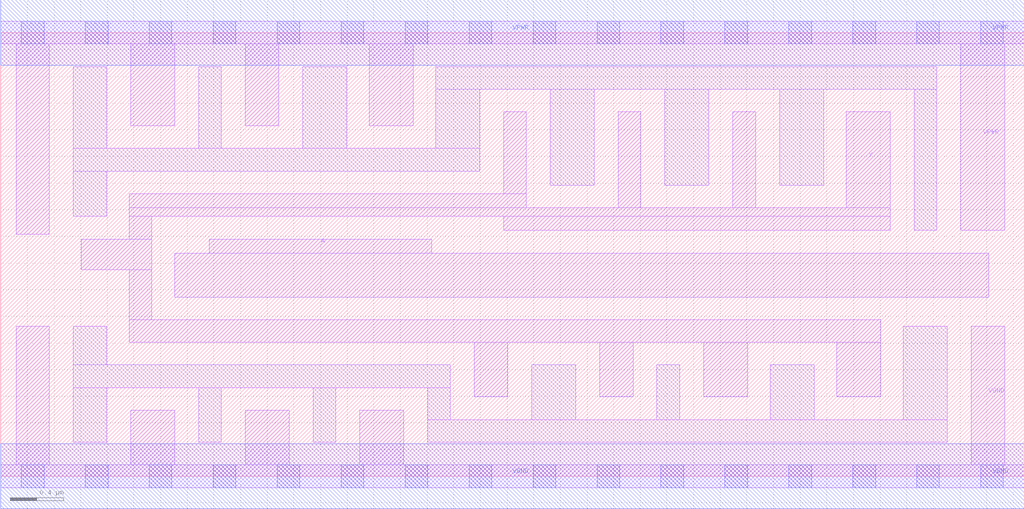
<source format=lef>
# Copyright 2020 The SkyWater PDK Authors
#
# Licensed under the Apache License, Version 2.0 (the "License");
# you may not use this file except in compliance with the License.
# You may obtain a copy of the License at
#
#     https://www.apache.org/licenses/LICENSE-2.0
#
# Unless required by applicable law or agreed to in writing, software
# distributed under the License is distributed on an "AS IS" BASIS,
# WITHOUT WARRANTIES OR CONDITIONS OF ANY KIND, either express or implied.
# See the License for the specific language governing permissions and
# limitations under the License.
#
# SPDX-License-Identifier: Apache-2.0

VERSION 5.7 ;
  NAMESCASESENSITIVE ON ;
  NOWIREEXTENSIONATPIN ON ;
  DIVIDERCHAR "/" ;
  BUSBITCHARS "[]" ;
UNITS
  DATABASE MICRONS 200 ;
END UNITS
MACRO sky130_fd_sc_lp__invlp_8
  CLASS CORE ;
  SOURCE USER ;
  FOREIGN sky130_fd_sc_lp__invlp_8 ;
  ORIGIN  0.000000  0.000000 ;
  SIZE  7.680000 BY  3.330000 ;
  SYMMETRY X Y R90 ;
  SITE unit ;
  PIN A
    ANTENNAGATEAREA  5.040000 ;
    DIRECTION INPUT ;
    USE SIGNAL ;
    PORT
      LAYER li1 ;
        RECT 1.305000 1.345000 7.415000 1.675000 ;
        RECT 1.565000 1.675000 3.235000 1.780000 ;
    END
  END A
  PIN Y
    ANTENNADIFFAREA  2.499000 ;
    DIRECTION OUTPUT ;
    USE SIGNAL ;
    PORT
      LAYER li1 ;
        RECT 0.605000 1.550000 1.135000 1.780000 ;
        RECT 0.965000 1.005000 6.605000 1.175000 ;
        RECT 0.965000 1.175000 1.135000 1.550000 ;
        RECT 0.965000 1.780000 1.135000 1.950000 ;
        RECT 0.965000 1.950000 6.675000 2.015000 ;
        RECT 0.965000 2.015000 3.945000 2.120000 ;
        RECT 3.555000 0.595000 3.805000 1.005000 ;
        RECT 3.775000 1.845000 6.675000 1.950000 ;
        RECT 3.775000 2.120000 3.945000 2.735000 ;
        RECT 4.495000 0.595000 4.745000 1.005000 ;
        RECT 4.635000 2.015000 4.805000 2.735000 ;
        RECT 5.275000 0.595000 5.605000 1.005000 ;
        RECT 5.495000 2.015000 5.665000 2.735000 ;
        RECT 6.275000 0.595000 6.605000 1.005000 ;
        RECT 6.345000 2.015000 6.675000 2.735000 ;
    END
  END Y
  PIN VGND
    DIRECTION INOUT ;
    USE GROUND ;
    PORT
      LAYER li1 ;
        RECT 0.000000 -0.085000 7.680000 0.085000 ;
        RECT 0.115000  0.085000 0.365000 1.125000 ;
        RECT 0.975000  0.085000 1.305000 0.495000 ;
        RECT 1.835000  0.085000 2.165000 0.495000 ;
        RECT 2.695000  0.085000 3.025000 0.495000 ;
        RECT 7.285000  0.085000 7.535000 1.125000 ;
      LAYER mcon ;
        RECT 0.155000 -0.085000 0.325000 0.085000 ;
        RECT 0.635000 -0.085000 0.805000 0.085000 ;
        RECT 1.115000 -0.085000 1.285000 0.085000 ;
        RECT 1.595000 -0.085000 1.765000 0.085000 ;
        RECT 2.075000 -0.085000 2.245000 0.085000 ;
        RECT 2.555000 -0.085000 2.725000 0.085000 ;
        RECT 3.035000 -0.085000 3.205000 0.085000 ;
        RECT 3.515000 -0.085000 3.685000 0.085000 ;
        RECT 3.995000 -0.085000 4.165000 0.085000 ;
        RECT 4.475000 -0.085000 4.645000 0.085000 ;
        RECT 4.955000 -0.085000 5.125000 0.085000 ;
        RECT 5.435000 -0.085000 5.605000 0.085000 ;
        RECT 5.915000 -0.085000 6.085000 0.085000 ;
        RECT 6.395000 -0.085000 6.565000 0.085000 ;
        RECT 6.875000 -0.085000 7.045000 0.085000 ;
        RECT 7.355000 -0.085000 7.525000 0.085000 ;
      LAYER met1 ;
        RECT 0.000000 -0.245000 7.680000 0.245000 ;
    END
  END VGND
  PIN VPWR
    DIRECTION INOUT ;
    USE POWER ;
    PORT
      LAYER li1 ;
        RECT 0.000000 3.245000 7.680000 3.415000 ;
        RECT 0.115000 1.815000 0.365000 3.245000 ;
        RECT 0.975000 2.630000 1.305000 3.245000 ;
        RECT 1.835000 2.630000 2.085000 3.245000 ;
        RECT 2.765000 2.630000 3.095000 3.245000 ;
        RECT 7.205000 1.845000 7.535000 3.245000 ;
      LAYER mcon ;
        RECT 0.155000 3.245000 0.325000 3.415000 ;
        RECT 0.635000 3.245000 0.805000 3.415000 ;
        RECT 1.115000 3.245000 1.285000 3.415000 ;
        RECT 1.595000 3.245000 1.765000 3.415000 ;
        RECT 2.075000 3.245000 2.245000 3.415000 ;
        RECT 2.555000 3.245000 2.725000 3.415000 ;
        RECT 3.035000 3.245000 3.205000 3.415000 ;
        RECT 3.515000 3.245000 3.685000 3.415000 ;
        RECT 3.995000 3.245000 4.165000 3.415000 ;
        RECT 4.475000 3.245000 4.645000 3.415000 ;
        RECT 4.955000 3.245000 5.125000 3.415000 ;
        RECT 5.435000 3.245000 5.605000 3.415000 ;
        RECT 5.915000 3.245000 6.085000 3.415000 ;
        RECT 6.395000 3.245000 6.565000 3.415000 ;
        RECT 6.875000 3.245000 7.045000 3.415000 ;
        RECT 7.355000 3.245000 7.525000 3.415000 ;
      LAYER met1 ;
        RECT 0.000000 3.085000 7.680000 3.575000 ;
    END
  END VPWR
  OBS
    LAYER li1 ;
      RECT 0.545000 0.255000 0.795000 0.665000 ;
      RECT 0.545000 0.665000 3.375000 0.835000 ;
      RECT 0.545000 0.835000 0.795000 1.125000 ;
      RECT 0.545000 1.950000 0.795000 2.290000 ;
      RECT 0.545000 2.290000 3.595000 2.460000 ;
      RECT 0.545000 2.460000 0.795000 3.075000 ;
      RECT 1.485000 0.255000 1.655000 0.665000 ;
      RECT 1.485000 2.460000 1.655000 3.075000 ;
      RECT 2.265000 2.460000 2.595000 3.075000 ;
      RECT 2.345000 0.255000 2.515000 0.665000 ;
      RECT 3.205000 0.255000 7.105000 0.425000 ;
      RECT 3.205000 0.425000 3.375000 0.665000 ;
      RECT 3.265000 2.460000 3.595000 2.905000 ;
      RECT 3.265000 2.905000 7.025000 3.075000 ;
      RECT 3.985000 0.425000 4.315000 0.835000 ;
      RECT 4.125000 2.185000 4.455000 2.905000 ;
      RECT 4.925000 0.425000 5.095000 0.835000 ;
      RECT 4.985000 2.185000 5.315000 2.905000 ;
      RECT 5.775000 0.425000 6.105000 0.835000 ;
      RECT 5.845000 2.185000 6.175000 2.905000 ;
      RECT 6.775000 0.425000 7.105000 1.125000 ;
      RECT 6.855000 1.845000 7.025000 2.905000 ;
  END
END sky130_fd_sc_lp__invlp_8

</source>
